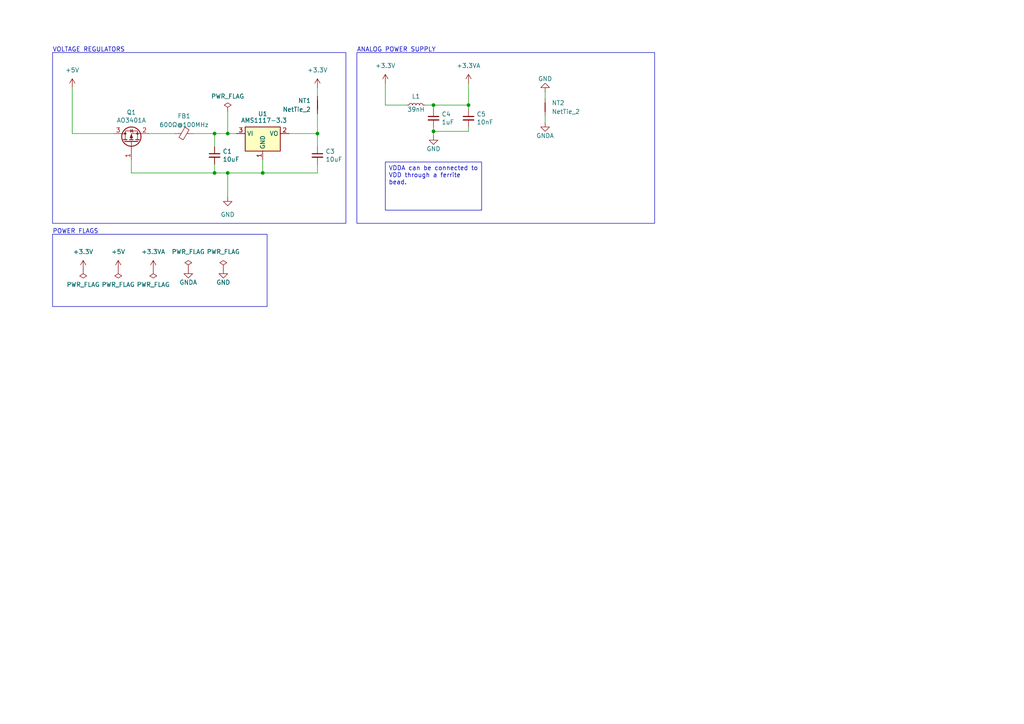
<source format=kicad_sch>
(kicad_sch (version 20230121) (generator eeschema)
  (paper "A4")
  (lib_symbols
    (symbol "+3.3VA_3" (power) (pin_names (offset 0))
      (property "Value" "+3.3VA_3" (at 0 3.556 0))
      (symbol "+3.3VA_3_0_1"
        (polyline (pts (xy -0.762 1.27) (xy 0 2.54)))
        (polyline (pts (xy 0 0) (xy 0 2.54)))
        (polyline (pts (xy 0 2.54) (xy 0.762 1.27)))
      )
      (symbol "+3.3VA_3_1_1"
        (pin power_in line (at 0 0 90) (length 0) hide (name "+3.3VA") (number "1"))
      )
    )
    (symbol "+5V_1" (power) (pin_names (offset 0))
      (property "Value" "+5V_1" (at 0 3.556 0))
      (symbol "+5V_1_0_1"
        (polyline (pts (xy -0.762 1.27) (xy 0 2.54)))
        (polyline (pts (xy 0 0) (xy 0 2.54)))
        (polyline (pts (xy 0 2.54) (xy 0.762 1.27)))
      )
      (symbol "+5V_1_1_1"
        (pin power_in line (at 0 0 90) (length 0) hide (name "+5V") (number "1"))
      )
    )
    (symbol "Device:C_Small" (pin_numbers hide) (pin_names (offset 0.254) hide)
      (property "Reference" "C" (at 0.254 1.778 0))
      (property "Value" "C_Small" (at 0.254 -2.032 0))
      (symbol "C_Small_0_1"
        (polyline (pts (xy -1.524 -0.508) (xy 1.524 -0.508)) (stroke (width 0.3302)))
        (polyline (pts (xy -1.524 0.508) (xy 1.524 0.508)) (stroke (width 0.3048)))
      )
      (symbol "C_Small_1_1"
        (pin passive line (at 0 2.54 270) (length 2.032) (name "~") (number "1"))
        (pin passive line (at 0 -2.54 90) (length 2.032) (name "~") (number "2"))
      )
    )
    (symbol "Device:FerriteBead_Small" (pin_numbers hide) (pin_names (offset 0))
      (property "Reference" "FB" (at 1.905 1.27 0))
      (property "Value" "FerriteBead_Small" (at 1.905 -1.27 0))
      (symbol "FerriteBead_Small_0_1"
        (polyline (pts (xy 0 -1.27) (xy 0 -0.7874)))
        (polyline (pts (xy 0 0.889) (xy 0 1.2954)))
        (polyline (pts (xy -1.8288 0.2794) (xy -1.1176 1.4986) (xy 1.8288 -0.2032) (xy 1.1176 -1.4224) (xy -1.8288 0.2794)))
      )
      (symbol "FerriteBead_Small_1_1"
        (pin passive line (at 0 2.54 270) (length 1.27) (name "~") (number "1"))
        (pin passive line (at 0 -2.54 90) (length 1.27) (name "~") (number "2"))
      )
    )
    (symbol "Device:L_Small" (pin_numbers hide) (pin_names (offset 0.254) hide)
      (property "Reference" "L" (at 0.762 1.016 0))
      (property "Value" "L_Small" (at 0.762 -1.016 0))
      (symbol "L_Small_0_1"
        (arc (start 0 -2.032) (mid 0.5058 -1.524) (end 0 -1.016))
        (arc (start 0 -1.016) (mid 0.5058 -0.508) (end 0 0))
        (arc (start 0 0) (mid 0.5058 0.508) (end 0 1.016))
        (arc (start 0 1.016) (mid 0.5058 1.524) (end 0 2.032))
      )
      (symbol "L_Small_1_1"
        (pin passive line (at 0 2.54 270) (length 0.508) (name "~") (number "1"))
        (pin passive line (at 0 -2.54 90) (length 0.508) (name "~") (number "2"))
      )
    )
    (symbol "Device:NetTie_2" (pin_numbers hide) (pin_names (offset 0) hide) (in_bom no)
      (property "Reference" "NT" (at 0 1.27 0))
      (property "Value" "NetTie_2" (at 0 -1.27 0))
      (symbol "NetTie_2_0_1"
        (polyline (pts (xy -1.27 0) (xy 1.27 0)) (stroke (width 0.254)))
      )
      (symbol "NetTie_2_1_1"
        (pin passive line (at -2.54 0 0) (length 2.54) (name "1") (number "1"))
        (pin passive line (at 2.54 0 180) (length 2.54) (name "2") (number "2"))
      )
    )
    (symbol "Regulator_Linear:AMS1117-3.3"
      (property "Reference" "U" (at -3.81 3.175 0))
      (property "Value" "AMS1117-3.3" (at 0 3.175 0))
      (symbol "AMS1117-3.3_0_1"
        (rectangle (start -5.08 -5.08) (end 5.08 1.905) (stroke (width 0.254)) (fill (type background)))
      )
      (symbol "AMS1117-3.3_1_1"
        (pin power_in line (at 0 -7.62 90) (length 2.54) (name "GND") (number "1"))
        (pin power_out line (at 7.62 0 180) (length 2.54) (name "VO") (number "2"))
        (pin power_in line (at -7.62 0 0) (length 2.54) (name "VI") (number "3"))
      )
    )
    (symbol "Transistor_FET:AO3401A" (pin_names hide)
      (property "Reference" "Q" (at 5.08 1.905 0))
      (property "Value" "AO3401A" (at 5.08 0 0))
      (symbol "AO3401A_0_1"
        (polyline (pts (xy 0.254 0) (xy -2.54 0)))
        (polyline (pts (xy 0.254 1.905) (xy 0.254 -1.905)) (stroke (width 0.254)))
        (polyline (pts (xy 0.762 -1.27) (xy 0.762 -2.286)) (stroke (width 0.254)))
        (polyline (pts (xy 0.762 0.508) (xy 0.762 -0.508)) (stroke (width 0.254)))
        (polyline (pts (xy 0.762 2.286) (xy 0.762 1.27)) (stroke (width 0.254)))
        (polyline (pts (xy 2.54 2.54) (xy 2.54 1.778)))
        (polyline (pts (xy 2.54 -2.54) (xy 2.54 0) (xy 0.762 0)))
        (polyline (pts (xy 0.762 1.778) (xy 3.302 1.778) (xy 3.302 -1.778) (xy 0.762 -1.778)))
        (polyline (pts (xy 2.286 0) (xy 1.27 0.381) (xy 1.27 -0.381) (xy 2.286 0)) (fill (type outline)))
        (polyline (pts (xy 2.794 -0.508) (xy 2.921 -0.381) (xy 3.683 -0.381) (xy 3.81 -0.254)))
        (polyline (pts (xy 3.302 -0.381) (xy 2.921 0.254) (xy 3.683 0.254) (xy 3.302 -0.381)))
        (circle (center 1.651 0) (radius 2.794) (stroke (width 0.254)))
        (circle (center 2.54 -1.778) (radius 0.254) (fill (type outline)))
        (circle (center 2.54 1.778) (radius 0.254) (fill (type outline)))
      )
      (symbol "AO3401A_1_1"
        (pin input line (at -5.08 0 0) (length 2.54) (name "G") (number "1"))
        (pin passive line (at 2.54 -5.08 90) (length 2.54) (name "S") (number "2"))
        (pin passive line (at 2.54 5.08 270) (length 2.54) (name "D") (number "3"))
      )
    )
    (symbol "power:+3.3V" (power) (pin_names (offset 0))
      (property "Value" "+3.3V" (at 0 3.556 0))
      (symbol "+3.3V_0_1"
        (polyline (pts (xy -0.762 1.27) (xy 0 2.54)))
        (polyline (pts (xy 0 0) (xy 0 2.54)))
        (polyline (pts (xy 0 2.54) (xy 0.762 1.27)))
      )
      (symbol "+3.3V_1_1"
        (pin power_in line (at 0 0 90) (length 0) hide (name "+3.3V") (number "1"))
      )
    )
    (symbol "power:+3.3VA" (power) (pin_names (offset 0))
      (property "Value" "+3.3VA" (at 0 3.556 0))
      (symbol "+3.3VA_0_1"
        (polyline (pts (xy -0.762 1.27) (xy 0 2.54)))
        (polyline (pts (xy 0 0) (xy 0 2.54)))
        (polyline (pts (xy 0 2.54) (xy 0.762 1.27)))
      )
      (symbol "+3.3VA_1_1"
        (pin power_in line (at 0 0 90) (length 0) hide (name "+3.3VA") (number "1"))
      )
    )
    (symbol "power:GND" (power) (pin_names (offset 0))
      (property "Value" "GND" (at 0 -3.81 0))
      (symbol "GND_0_1"
        (polyline (pts (xy 0 0) (xy 0 -1.27) (xy 1.27 -1.27) (xy 0 -2.54) (xy -1.27 -1.27) (xy 0 -1.27)))
      )
      (symbol "GND_1_1"
        (pin power_in line (at 0 0 270) (length 0) hide (name "GND") (number "1"))
      )
    )
    (symbol "power:GNDA" (power) (pin_names (offset 0))
      (property "Value" "GNDA" (at 0 -3.81 0))
      (symbol "GNDA_0_1"
        (polyline (pts (xy 0 0) (xy 0 -1.27) (xy 1.27 -1.27) (xy 0 -2.54) (xy -1.27 -1.27) (xy 0 -1.27)))
      )
      (symbol "GNDA_1_1"
        (pin power_in line (at 0 0 270) (length 0) hide (name "GNDA") (number "1"))
      )
    )
    (symbol "power:PWR_FLAG" (power) (pin_numbers hide) (pin_names (offset 0) hide)
      (property "Value" "PWR_FLAG" (at 0 3.81 0))
      (symbol "PWR_FLAG_0_0"
        (pin power_out line (at 0 0 90) (length 0) (name "pwr") (number "1"))
      )
      (symbol "PWR_FLAG_0_1"
        (polyline (pts (xy 0 0) (xy 0 1.27) (xy -1.016 1.905) (xy 0 2.54) (xy 1.016 1.905) (xy 0 1.27)))
      )
    )
  )
  (junction (at 62.23 38.735))
  (junction (at 125.73 30.48))
  (junction (at 62.23 50.165))
  (junction (at 135.89 30.48))
  (junction (at 92.075 38.735))
  (junction (at 76.2 50.165))
  (junction (at 125.73 38.1))
  (junction (at 66.04 38.735))
  (junction (at 66.04 50.165))
  (wire (pts (xy 62.23 38.735) (xy 62.23 42.545)))
  (wire (pts (xy 158.115 33.655) (xy 158.115 35.56)))
  (wire (pts (xy 83.82 38.735) (xy 92.075 38.735)))
  (wire (pts (xy 76.2 46.355) (xy 76.2 50.165)))
  (wire (pts (xy 135.89 24.13) (xy 135.89 30.48)))
  (wire (pts (xy 111.76 30.48) (xy 118.11 30.48)))
  (wire (pts (xy 135.89 30.48) (xy 135.89 31.75)))
  (wire (pts (xy 92.075 47.625) (xy 92.075 50.165)))
  (wire (pts (xy 66.04 50.165) (xy 76.2 50.165)))
  (wire (pts (xy 135.89 38.1) (xy 125.73 38.1)))
  (wire (pts (xy 20.955 38.735) (xy 20.955 25.4)))
  (wire (pts (xy 125.73 30.48) (xy 125.73 31.75)))
  (wire (pts (xy 125.73 36.83) (xy 125.73 38.1)))
  (wire (pts (xy 38.1 46.355) (xy 38.1 50.165)))
  (wire (pts (xy 62.23 50.165) (xy 66.04 50.165)))
  (wire (pts (xy 158.115 26.67) (xy 158.115 28.575)))
  (wire (pts (xy 123.19 30.48) (xy 125.73 30.48)))
  (wire (pts (xy 50.8 38.735) (xy 43.18 38.735)))
  (wire (pts (xy 92.075 42.545) (xy 92.075 38.735)))
  (wire (pts (xy 38.1 50.165) (xy 62.23 50.165)))
  (wire (pts (xy 66.04 50.165) (xy 66.04 57.15)))
  (wire (pts (xy 66.04 38.735) (xy 68.58 38.735)))
  (wire (pts (xy 125.73 30.48) (xy 135.89 30.48)))
  (wire (pts (xy 125.73 38.1) (xy 125.73 39.37)))
  (wire (pts (xy 135.89 36.83) (xy 135.89 38.1)))
  (wire (pts (xy 92.075 25.4) (xy 92.075 27.94)))
  (wire (pts (xy 62.23 47.625) (xy 62.23 50.165)))
  (wire (pts (xy 111.76 24.13) (xy 111.76 30.48)))
  (wire (pts (xy 76.2 50.165) (xy 92.075 50.165)))
  (wire (pts (xy 66.04 32.385) (xy 66.04 38.735)))
  (wire (pts (xy 62.23 38.735) (xy 66.04 38.735)))
  (wire (pts (xy 92.075 33.02) (xy 92.075 38.735)))
  (wire (pts (xy 20.955 38.735) (xy 33.02 38.735)))
  (wire (pts (xy 55.88 38.735) (xy 62.23 38.735)))
  (rectangle (start 15.24 15.24) (end 100.33 64.77))
  (rectangle (start 103.505 15.24) (end 189.865 64.77))
  (rectangle (start 15.24 67.945) (end 77.47 88.9))
  (text_box "VDDA can be connected to VDD through a ferrite bead." (at 111.76 46.99 0) (size 27.94 13.97) (effects (font (size 1.27 1.27)) (justify left top)))
  (text "ANALOG POWER SUPPLY" (at 103.505 15.24 0) (effects (font (size 1.27 1.27)) (justify left bottom)))
  (text "POWER FLAGS" (at 15.24 67.945 0) (effects (font (size 1.27 1.27)) (justify left bottom)))
  (text "VOLTAGE REGULATORS" (at 15.24 15.24 0) (effects (font (size 1.27 1.27)) (justify left bottom)))
  (symbol (lib_id "power:PWR_FLAG") (at 34.29 78.105 180) (unit 1)
    (property "Reference" "#FLG05" (effects hide))
    (property "Value" "PWR_FLAG" (at 34.29 82.55 0))
    (instances (project "KLST_PANDA" (path "" (reference "#FLG05") (unit 1)) (path "" (reference "#FLG03") (unit 1)) (path "" (reference "#FLG02") (unit 1))))
  )
  (symbol (lib_id "power:+3.3V") (at 92.075 25.4 0) (unit 1)
    (property "Reference" "#PWR021" (effects hide))
    (property "Value" "+3.3V" (at 92.075 20.32 0))
    (instances (project "KLST_PANDA" (path "" (reference "#PWR021") (unit 1)) (path "" (reference "#PWR030") (unit 1)) (path "" (reference "#PWR05") (unit 1)) (path "" (reference "#PWR015") (unit 1))))
  )
  (symbol (lib_id "Device:C_Small") (at 92.075 45.085 0) (unit 1)
    (property "Reference" "C3" (at 94.4118 43.9166 0) (effects (justify left)))
    (property "Value" "10uF" (at 94.4118 46.228 0) (effects (justify left)))
    (property "Footprint" "Capacitor_SMD:C_0805_2012Metric" (effects hide))
    (property "MFR.Part #" "CL21A106KAYNNNE" (effects hide))
    (property "Extended Part" "-" (effects hide))
    (property "JLCPCB Part #" "C15850" (effects hide))
    (instances (project "KLST_PANDA" (path "" (reference "C3") (unit 1)) (path "" (reference "C25") (unit 1)) (path "" (reference "C3") (unit 1))))
  )
  (symbol (lib_id "Device:FerriteBead_Small") (at 53.34 38.735 270) (unit 1)
    (property "Reference" "FB1" (at 53.3781 33.655 90))
    (property "Value" "600Ω@100MHz" (at 53.3781 36.195 90))
    (property "Footprint" "Inductor_SMD:L_1206_3216Metric" (effects hide))
    (property "JLCPCB Part #" "C73732" (effects hide))
  )
  (symbol (lib_id "power:GNDA") (at 54.61 78.105 0) (unit 1)
    (property "Reference" "#PWR011" (effects hide))
    (property "Value" "GNDA" (at 54.61 81.915 0))
    (instances (project "KLST_PANDA" (path "" (reference "#PWR011") (unit 1)) (path "" (reference "#PWR036") (unit 1)) (path "" (reference "#PWR012") (unit 1))))
  )
  (symbol (lib_name "+5V_1") (lib_id "power:+5V") (at 20.955 25.4 0) (unit 1)
    (property "Reference" "#PWR020" (effects hide))
    (property "Value" "+5V" (at 20.955 20.32 0))
    (instances (project "KLST_PANDA" (path "" (reference "#PWR020") (unit 1)) (path "" (reference "#PWR01") (unit 1)) (path "" (reference "#PWR08") (unit 1))))
  )
  (symbol (lib_id "Device:C_Small") (at 135.89 34.29 0) (unit 1)
    (property "Reference" "C5" (at 138.2268 33.1216 0) (effects (justify left)))
    (property "Value" "10nF" (at 138.2268 35.433 0) (effects (justify left)))
    (property "Footprint" "Capacitor_SMD:C_0402_1005Metric" (effects hide))
    (property "MFR.Part #" "CL05B103KB5NNNC" (effects hide))
    (property "Extended Part" "-" (effects hide))
    (property "JLCPCB Part #" "C15195" (effects hide))
    (instances (project "KLST_PANDA" (path "" (reference "C5") (unit 1)) (path "" (reference "C27") (unit 1)) (path "" (reference "C5") (unit 1))))
  )
  (symbol (lib_id "power:PWR_FLAG") (at 64.77 78.105 0) (unit 1)
    (property "Reference" "#FLG07" (effects hide))
    (property "Value" "PWR_FLAG" (at 64.77 73.025 0))
    (instances (project "KLST_PANDA" (path "" (reference "#FLG07") (unit 1)) (path "" (reference "#FLG06") (unit 1)) (path "" (reference "#FLG05") (unit 1))))
  )
  (symbol (lib_id "Device:C_Small") (at 125.73 34.29 0) (unit 1)
    (property "Reference" "C4" (at 128.0668 33.1216 0) (effects (justify left)))
    (property "Value" "1uF" (at 128.0668 35.433 0) (effects (justify left)))
    (property "Footprint" "Capacitor_SMD:C_0402_1005Metric" (effects hide))
    (property "MFR.Part #" "CL05A105KA5NQNC" (effects hide))
    (property "Extended Part" "-" (effects hide))
    (property "JLCPCB Part #" "C52923" (effects hide))
    (instances (project "KLST_PANDA" (path "" (reference "C4") (unit 1)) (path "" (reference "C26") (unit 1)) (path "" (reference "C4") (unit 1))))
  )
  (symbol (lib_id "power:PWR_FLAG") (at 24.13 78.105 180) (unit 1)
    (property "Reference" "#FLG05" (effects hide))
    (property "Value" "PWR_FLAG" (at 24.13 82.55 0))
    (instances (project "KLST_PANDA" (path "" (reference "#FLG05") (unit 1)) (path "" (reference "#FLG02") (unit 1)) (path "" (reference "#FLG01") (unit 1))))
  )
  (symbol (lib_id "power:GND") (at 64.77 78.105 0) (unit 1)
    (property "Reference" "#PWR014" (effects hide))
    (property "Value" "GND" (at 64.77 81.915 0))
    (instances (project "KLST_PANDA" (path "" (reference "#PWR014") (unit 1)) (path "" (reference "#PWR032") (unit 1)) (path "" (reference "#PWR013") (unit 1))))
  )
  (symbol (lib_id "power:PWR_FLAG") (at 44.45 78.105 180) (unit 1)
    (property "Reference" "#FLG06" (effects hide))
    (property "Value" "PWR_FLAG" (at 44.45 82.55 0))
    (instances (project "KLST_PANDA" (path "" (reference "#FLG06") (unit 1)) (path "" (reference "#FLG04") (unit 1)) (path "" (reference "#FLG03") (unit 1))))
  )
  (symbol (lib_id "power:GND") (at 158.115 26.67 180) (unit 1)
    (property "Reference" "#PWR019" (effects hide))
    (property "Value" "GND" (at 158.115 22.86 0))
    (instances (project "KLST_PANDA" (path "" (reference "#PWR019") (unit 1)) (path "" (reference "#PWR034") (unit 1)) (path "" (reference "#PWR019") (unit 1))))
  )
  (symbol (lib_id "power:+3.3V") (at 111.76 24.13 0) (unit 1)
    (property "Reference" "#PWR021" (effects hide))
    (property "Value" "+3.3V" (at 111.76 19.05 0))
    (instances (project "KLST_PANDA" (path "" (reference "#PWR021") (unit 1)) (path "" (reference "#PWR031") (unit 1)) (path "" (reference "#PWR016") (unit 1)) (path "" (reference "#PWR016") (unit 1))))
  )
  (symbol (lib_id "power:PWR_FLAG") (at 66.04 32.385 0) (unit 1)
    (property "Reference" "#FLG06" (effects hide))
    (property "Value" "PWR_FLAG" (at 66.04 27.94 0))
    (instances (project "KLST_PANDA" (path "" (reference "#FLG06") (unit 1)) (path "" (reference "#FLG01") (unit 1)) (path "" (reference "#FLG06") (unit 1))))
  )
  (symbol (lib_id "power:+3.3V") (at 24.13 78.105 0) (unit 1)
    (property "Reference" "#PWR021" (effects hide))
    (property "Value" "+3.3V" (at 24.13 73.025 0))
    (instances (project "KLST_PANDA" (path "" (reference "#PWR021") (unit 1)) (path "" (reference "#PWR030") (unit 1)) (path "" (reference "#PWR06") (unit 1)) (path "" (reference "#PWR09") (unit 1))))
  )
  (symbol (lib_id "power:PWR_FLAG") (at 54.61 78.105 0) (unit 1)
    (property "Reference" "#FLG07" (effects hide))
    (property "Value" "PWR_FLAG" (at 54.61 73.025 0))
    (instances (project "KLST_PANDA" (path "" (reference "#FLG07") (unit 1)) (path "" (reference "#FLG05") (unit 1)) (path "" (reference "#FLG04") (unit 1))))
  )
  (symbol (lib_id "power:GND") (at 125.73 39.37 0) (unit 1)
    (property "Reference" "#PWR017" (effects hide))
    (property "Value" "GND" (at 125.73 43.18 0))
    (instances (project "KLST_PANDA" (path "" (reference "#PWR017") (unit 1)) (path "" (reference "#PWR032") (unit 1)) (path "" (reference "#PWR017") (unit 1))))
  )
  (symbol (lib_id "power:GND") (at 66.04 57.15 0) (unit 1)
    (property "Reference" "#PWR025" (effects hide))
    (property "Value" "GND" (at 66.04 62.23 0))
    (instances (project "KLST_PANDA" (path "" (reference "#PWR025") (unit 1)) (path "" (reference "#PWR03") (unit 1)) (path "" (reference "#PWR014") (unit 1))))
  )
  (symbol (lib_id "power:+3.3VA") (at 44.45 78.105 0) (mirror y) (unit 1)
    (property "Reference" "#PWR035" (effects hide))
    (property "Value" "+3.3VA" (at 44.45 73.025 0))
    (instances (project "KLST_PANDA" (path "" (reference "#PWR035") (unit 1)) (path "" (reference "#PWR010") (unit 1)) (path "" (reference "#PWR011") (unit 1))))
  )
  (symbol (lib_id "Device:L_Small") (at 120.65 30.48 90) (unit 1)
    (property "Reference" "L1" (at 120.65 27.94 90))
    (property "Value" "39nH" (at 120.65 31.75 90))
    (property "Footprint" "Inductor_SMD:L_0402_1005Metric" (effects hide))
    (property "MFR.Part #" "SDCL1005C39NJTDF" (effects hide))
    (property "Extended Part" "-" (effects hide))
    (property "JLCPCB Part #" "C26443" (effects hide))
  )
  (symbol (lib_id "Device:C_Small") (at 62.23 45.085 0) (unit 1)
    (property "Reference" "C1" (at 64.5668 43.9166 0) (effects (justify left)))
    (property "Value" "10uF" (at 64.5668 46.228 0) (effects (justify left)))
    (property "Footprint" "Capacitor_SMD:C_0805_2012Metric" (effects hide))
    (property "MFR.Part #" "CL21A106KAYNNNE" (effects hide))
    (property "Extended Part" "-" (effects hide))
    (property "JLCPCB Part #" "C15850" (effects hide))
    (instances (project "KLST_PANDA" (path "" (reference "C1") (unit 1)) (path "" (reference "C24") (unit 1)) (path "" (reference "C2") (unit 1))))
  )
  (symbol (lib_id "Transistor_FET:AO3401A") (at 38.1 41.275 90) (unit 1)
    (property "Reference" "Q1" (at 38.1 32.5882 90))
    (property "Value" "AO3401A" (at 38.1 34.8996 90))
    (property "Footprint" "Package_TO_SOT_SMD:SOT-23" (effects hide))
    (property "Datasheet" "http://www.aosmd.com/pdfs/datasheet/AO3401A.pdf" (effects hide))
    (property "MFR.Part #" "AO3401A" (effects hide))
    (property "Extended Part" "-" (effects hide))
    (property "JLCPCB Part #" "C15127" (effects hide))
  )
  (symbol (lib_name "+5V_1") (lib_id "power:+5V") (at 34.29 78.105 0) (unit 1)
    (property "Reference" "#PWR034" (effects hide))
    (property "Value" "+5V" (at 34.29 73.025 0))
    (instances (project "KLST_PANDA" (path "" (reference "#PWR034") (unit 1)) (path "" (reference "#PWR09") (unit 1)) (path "" (reference "#PWR010") (unit 1))))
  )
  (symbol (lib_name "+3.3VA_3") (lib_id "power:+3.3VA") (at 135.89 24.13 0) (unit 1)
    (property "Reference" "#PWR033" (effects hide))
    (property "Value" "+3.3VA" (at 135.89 19.05 0))
    (instances (project "KLST_PANDA" (path "" (reference "#PWR033") (unit 1)) (path "" (reference "#PWR018") (unit 1)) (path "" (reference "#PWR018") (unit 1))))
  )
  (symbol (lib_id "Device:NetTie_2") (at 158.115 31.115 90) (unit 1) (in_bom no)
    (property "Reference" "NT2" (at 160.02 29.845 90) (effects (justify right)))
    (property "Value" "NetTie_2" (at 160.02 32.385 90) (effects (justify right)))
  )
  (symbol (lib_id "Regulator_Linear:AMS1117-3.3") (at 76.2 38.735 0) (unit 1)
    (property "Reference" "U1" (at 76.2 33.02 0))
    (property "Value" "AMS1117-3.3" (at 69.85 34.925 0) (effects (justify left)))
    (property "Footprint" "Package_TO_SOT_SMD:SOT-223-3_TabPin2" (effects hide))
    (property "Datasheet" "http://www.advanced-monolithic.com/pdf/ds1117.pdf" (effects hide))
    (property "MFR.Part #" "AMS1117-3.3" (effects hide))
    (property "Extended Part" "-" (effects hide))
    (property "JLCPCB Part #" "C6186" (effects hide))
    (instances (project "KLST_PANDA" (path "" (reference "U1") (unit 1)) (path "" (reference "U2") (unit 1)) (path "" (reference "U1") (unit 1))))
  )
  (symbol (lib_id "power:GNDA") (at 158.115 35.56 0) (unit 1)
    (property "Reference" "#PWR020" (effects hide))
    (property "Value" "GNDA" (at 158.115 39.37 0))
    (instances (project "KLST_PANDA" (path "" (reference "#PWR020") (unit 1)) (path "" (reference "#PWR035") (unit 1)) (path "" (reference "#PWR020") (unit 1))))
  )
  (symbol (lib_id "Device:NetTie_2") (at 92.075 30.48 90) (mirror x) (unit 1) (in_bom no)
    (property "Reference" "NT1" (at 90.17 29.21 90) (effects (justify left)))
    (property "Value" "NetTie_2" (at 90.17 31.75 90) (effects (justify left)))
  )
)
</source>
